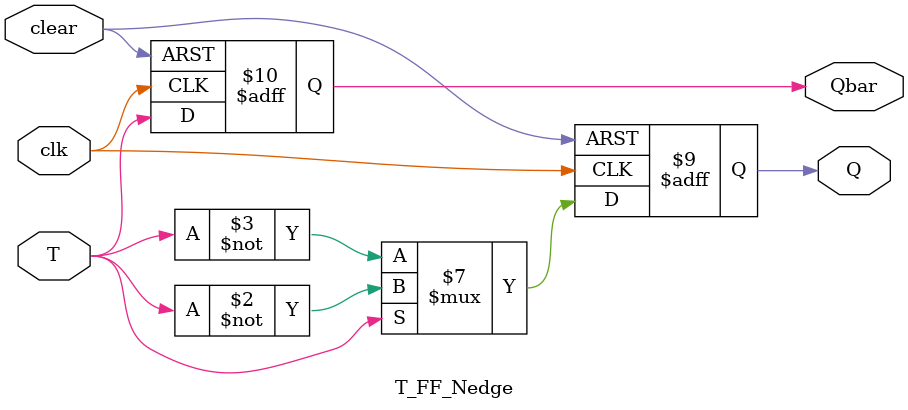
<source format=v>
module T_FF_Nedge(Q, Qbar, T, clk, clear);

	output Q, Qbar;
	input T, clk, clear;
	reg Q, Qbar;
	
	always @(negedge clk or posedge clear)
		begin
			if(clear)
				begin
					Q <= 1'b0;
					Qbar <= 1'b1;
				end
			else if(T)
				begin
					Q <= ~T;
					Qbar <= T;
				end
			else
				begin
					Q <= ~T;
					Qbar <= T;
				end
		end

endmodule

</source>
